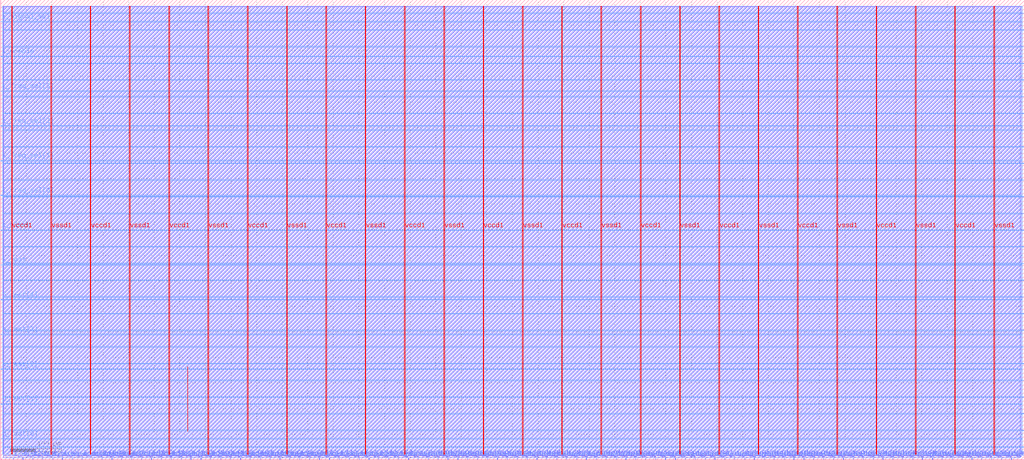
<source format=lef>
VERSION 5.7 ;
  NOWIREEXTENSIONATPIN ON ;
  DIVIDERCHAR "/" ;
  BUSBITCHARS "[]" ;
MACRO designs_wrapper
  CLASS BLOCK ;
  FOREIGN designs_wrapper ;
  ORIGIN 0.000 0.000 ;
  SIZE 2000.000 BY 900.000 ;
  PIN i_clock
    DIRECTION INPUT ;
    USE SIGNAL ;
    ANTENNAGATEAREA 0.126000 ;
    ANTENNADIFFAREA 0.434700 ;
    PORT
      LAYER met3 ;
        RECT 0.000 448.840 4.000 449.440 ;
    END
  END i_clock
  PIN i_enable
    DIRECTION INPUT ;
    USE SIGNAL ;
    ANTENNAGATEAREA 0.742500 ;
    PORT
      LAYER met3 ;
        RECT 0.000 788.840 4.000 789.440 ;
    END
  END i_enable
  PIN i_freq_sel[0]
    DIRECTION INPUT ;
    USE SIGNAL ;
    ANTENNAGATEAREA 0.426000 ;
    PORT
      LAYER met3 ;
        RECT 0.000 516.840 4.000 517.440 ;
    END
  END i_freq_sel[0]
  PIN i_freq_sel[1]
    DIRECTION INPUT ;
    USE SIGNAL ;
    ANTENNAGATEAREA 0.426000 ;
    PORT
      LAYER met3 ;
        RECT 0.000 584.840 4.000 585.440 ;
    END
  END i_freq_sel[1]
  PIN i_freq_sel[2]
    DIRECTION INPUT ;
    USE SIGNAL ;
    ANTENNAGATEAREA 0.426000 ;
    PORT
      LAYER met3 ;
        RECT 0.000 652.840 4.000 653.440 ;
    END
  END i_freq_sel[2]
  PIN i_freq_sel[3]
    DIRECTION INPUT ;
    USE SIGNAL ;
    ANTENNAGATEAREA 0.495000 ;
    PORT
      LAYER met3 ;
        RECT 0.000 720.840 4.000 721.440 ;
    END
  END i_freq_sel[3]
  PIN i_signal_sel
    DIRECTION INPUT ;
    USE SIGNAL ;
    ANTENNAGATEAREA 0.742500 ;
    PORT
      LAYER met3 ;
        RECT 0.000 856.840 4.000 857.440 ;
    END
  END i_signal_sel
  PIN i_test
    DIRECTION INPUT ;
    USE SIGNAL ;
    ANTENNAGATEAREA 0.742500 ;
    PORT
      LAYER met3 ;
        RECT 0.000 380.840 4.000 381.440 ;
    END
  END i_test
  PIN i_wb_addr[0]
    DIRECTION INPUT ;
    USE SIGNAL ;
    ANTENNAGATEAREA 0.213000 ;
    PORT
      LAYER met2 ;
        RECT 719.530 0.000 719.810 4.000 ;
    END
  END i_wb_addr[0]
  PIN i_wb_addr[10]
    DIRECTION INPUT ;
    USE SIGNAL ;
    ANTENNAGATEAREA 0.196500 ;
    PORT
      LAYER met2 ;
        RECT 526.330 0.000 526.610 4.000 ;
    END
  END i_wb_addr[10]
  PIN i_wb_addr[11]
    DIRECTION INPUT ;
    USE SIGNAL ;
    ANTENNAGATEAREA 0.196500 ;
    PORT
      LAYER met2 ;
        RECT 507.010 0.000 507.290 4.000 ;
    END
  END i_wb_addr[11]
  PIN i_wb_addr[12]
    DIRECTION INPUT ;
    USE SIGNAL ;
    ANTENNAGATEAREA 0.196500 ;
    PORT
      LAYER met2 ;
        RECT 487.690 0.000 487.970 4.000 ;
    END
  END i_wb_addr[12]
  PIN i_wb_addr[13]
    DIRECTION INPUT ;
    USE SIGNAL ;
    ANTENNAGATEAREA 0.196500 ;
    PORT
      LAYER met2 ;
        RECT 468.370 0.000 468.650 4.000 ;
    END
  END i_wb_addr[13]
  PIN i_wb_addr[14]
    DIRECTION INPUT ;
    USE SIGNAL ;
    ANTENNAGATEAREA 0.196500 ;
    PORT
      LAYER met2 ;
        RECT 449.050 0.000 449.330 4.000 ;
    END
  END i_wb_addr[14]
  PIN i_wb_addr[15]
    DIRECTION INPUT ;
    USE SIGNAL ;
    ANTENNAGATEAREA 0.196500 ;
    PORT
      LAYER met2 ;
        RECT 429.730 0.000 430.010 4.000 ;
    END
  END i_wb_addr[15]
  PIN i_wb_addr[16]
    DIRECTION INPUT ;
    USE SIGNAL ;
    ANTENNAGATEAREA 0.196500 ;
    PORT
      LAYER met2 ;
        RECT 410.410 0.000 410.690 4.000 ;
    END
  END i_wb_addr[16]
  PIN i_wb_addr[17]
    DIRECTION INPUT ;
    USE SIGNAL ;
    ANTENNAGATEAREA 0.213000 ;
    PORT
      LAYER met2 ;
        RECT 391.090 0.000 391.370 4.000 ;
    END
  END i_wb_addr[17]
  PIN i_wb_addr[18]
    DIRECTION INPUT ;
    USE SIGNAL ;
    ANTENNAGATEAREA 0.196500 ;
    PORT
      LAYER met2 ;
        RECT 371.770 0.000 372.050 4.000 ;
    END
  END i_wb_addr[18]
  PIN i_wb_addr[19]
    DIRECTION INPUT ;
    USE SIGNAL ;
    ANTENNAGATEAREA 0.196500 ;
    PORT
      LAYER met2 ;
        RECT 352.450 0.000 352.730 4.000 ;
    END
  END i_wb_addr[19]
  PIN i_wb_addr[1]
    DIRECTION INPUT ;
    USE SIGNAL ;
    ANTENNAGATEAREA 0.213000 ;
    PORT
      LAYER met2 ;
        RECT 700.210 0.000 700.490 4.000 ;
    END
  END i_wb_addr[1]
  PIN i_wb_addr[20]
    DIRECTION INPUT ;
    USE SIGNAL ;
    ANTENNAGATEAREA 0.196500 ;
    PORT
      LAYER met2 ;
        RECT 333.130 0.000 333.410 4.000 ;
    END
  END i_wb_addr[20]
  PIN i_wb_addr[21]
    DIRECTION INPUT ;
    USE SIGNAL ;
    ANTENNAGATEAREA 0.196500 ;
    PORT
      LAYER met2 ;
        RECT 313.810 0.000 314.090 4.000 ;
    END
  END i_wb_addr[21]
  PIN i_wb_addr[22]
    DIRECTION INPUT ;
    USE SIGNAL ;
    ANTENNAGATEAREA 0.196500 ;
    PORT
      LAYER met2 ;
        RECT 294.490 0.000 294.770 4.000 ;
    END
  END i_wb_addr[22]
  PIN i_wb_addr[23]
    DIRECTION INPUT ;
    USE SIGNAL ;
    ANTENNAGATEAREA 0.196500 ;
    PORT
      LAYER met2 ;
        RECT 275.170 0.000 275.450 4.000 ;
    END
  END i_wb_addr[23]
  PIN i_wb_addr[24]
    DIRECTION INPUT ;
    USE SIGNAL ;
    ANTENNAGATEAREA 0.196500 ;
    PORT
      LAYER met2 ;
        RECT 255.850 0.000 256.130 4.000 ;
    END
  END i_wb_addr[24]
  PIN i_wb_addr[25]
    DIRECTION INPUT ;
    USE SIGNAL ;
    ANTENNAGATEAREA 0.196500 ;
    PORT
      LAYER met2 ;
        RECT 236.530 0.000 236.810 4.000 ;
    END
  END i_wb_addr[25]
  PIN i_wb_addr[26]
    DIRECTION INPUT ;
    USE SIGNAL ;
    ANTENNAGATEAREA 0.196500 ;
    PORT
      LAYER met2 ;
        RECT 217.210 0.000 217.490 4.000 ;
    END
  END i_wb_addr[26]
  PIN i_wb_addr[27]
    DIRECTION INPUT ;
    USE SIGNAL ;
    ANTENNAGATEAREA 0.196500 ;
    PORT
      LAYER met2 ;
        RECT 197.890 0.000 198.170 4.000 ;
    END
  END i_wb_addr[27]
  PIN i_wb_addr[28]
    DIRECTION INPUT ;
    USE SIGNAL ;
    ANTENNAGATEAREA 0.196500 ;
    PORT
      LAYER met2 ;
        RECT 178.570 0.000 178.850 4.000 ;
    END
  END i_wb_addr[28]
  PIN i_wb_addr[29]
    DIRECTION INPUT ;
    USE SIGNAL ;
    ANTENNAGATEAREA 0.196500 ;
    PORT
      LAYER met2 ;
        RECT 159.250 0.000 159.530 4.000 ;
    END
  END i_wb_addr[29]
  PIN i_wb_addr[2]
    DIRECTION INPUT ;
    USE SIGNAL ;
    ANTENNAGATEAREA 0.213000 ;
    PORT
      LAYER met2 ;
        RECT 680.890 0.000 681.170 4.000 ;
    END
  END i_wb_addr[2]
  PIN i_wb_addr[30]
    DIRECTION INPUT ;
    USE SIGNAL ;
    ANTENNAGATEAREA 0.196500 ;
    PORT
      LAYER met2 ;
        RECT 139.930 0.000 140.210 4.000 ;
    END
  END i_wb_addr[30]
  PIN i_wb_addr[31]
    DIRECTION INPUT ;
    USE SIGNAL ;
    ANTENNAGATEAREA 0.196500 ;
    PORT
      LAYER met2 ;
        RECT 120.610 0.000 120.890 4.000 ;
    END
  END i_wb_addr[31]
  PIN i_wb_addr[3]
    DIRECTION INPUT ;
    USE SIGNAL ;
    ANTENNAGATEAREA 0.213000 ;
    PORT
      LAYER met2 ;
        RECT 661.570 0.000 661.850 4.000 ;
    END
  END i_wb_addr[3]
  PIN i_wb_addr[4]
    DIRECTION INPUT ;
    USE SIGNAL ;
    ANTENNAGATEAREA 0.159000 ;
    PORT
      LAYER met2 ;
        RECT 642.250 0.000 642.530 4.000 ;
    END
  END i_wb_addr[4]
  PIN i_wb_addr[5]
    DIRECTION INPUT ;
    USE SIGNAL ;
    ANTENNAGATEAREA 0.196500 ;
    PORT
      LAYER met2 ;
        RECT 622.930 0.000 623.210 4.000 ;
    END
  END i_wb_addr[5]
  PIN i_wb_addr[6]
    DIRECTION INPUT ;
    USE SIGNAL ;
    ANTENNAGATEAREA 0.196500 ;
    PORT
      LAYER met2 ;
        RECT 603.610 0.000 603.890 4.000 ;
    END
  END i_wb_addr[6]
  PIN i_wb_addr[7]
    DIRECTION INPUT ;
    USE SIGNAL ;
    ANTENNAGATEAREA 0.196500 ;
    PORT
      LAYER met2 ;
        RECT 584.290 0.000 584.570 4.000 ;
    END
  END i_wb_addr[7]
  PIN i_wb_addr[8]
    DIRECTION INPUT ;
    USE SIGNAL ;
    ANTENNAGATEAREA 0.196500 ;
    PORT
      LAYER met2 ;
        RECT 564.970 0.000 565.250 4.000 ;
    END
  END i_wb_addr[8]
  PIN i_wb_addr[9]
    DIRECTION INPUT ;
    USE SIGNAL ;
    ANTENNAGATEAREA 0.196500 ;
    PORT
      LAYER met2 ;
        RECT 545.650 0.000 545.930 4.000 ;
    END
  END i_wb_addr[9]
  PIN i_wb_clk
    DIRECTION INPUT ;
    USE SIGNAL ;
    ANTENNAGATEAREA 0.247500 ;
    PORT
      LAYER met2 ;
        RECT 24.010 0.000 24.290 4.000 ;
    END
  END i_wb_clk
  PIN i_wb_cyc
    DIRECTION INPUT ;
    USE SIGNAL ;
    ANTENNAGATEAREA 0.159000 ;
    PORT
      LAYER met2 ;
        RECT 62.650 0.000 62.930 4.000 ;
    END
  END i_wb_cyc
  PIN i_wb_data[0]
    DIRECTION INPUT ;
    USE SIGNAL ;
    ANTENNAGATEAREA 0.742500 ;
    PORT
      LAYER met2 ;
        RECT 1337.770 0.000 1338.050 4.000 ;
    END
  END i_wb_data[0]
  PIN i_wb_data[10]
    DIRECTION INPUT ;
    USE SIGNAL ;
    PORT
      LAYER met2 ;
        RECT 1144.570 0.000 1144.850 4.000 ;
    END
  END i_wb_data[10]
  PIN i_wb_data[11]
    DIRECTION INPUT ;
    USE SIGNAL ;
    PORT
      LAYER met2 ;
        RECT 1125.250 0.000 1125.530 4.000 ;
    END
  END i_wb_data[11]
  PIN i_wb_data[12]
    DIRECTION INPUT ;
    USE SIGNAL ;
    PORT
      LAYER met2 ;
        RECT 1105.930 0.000 1106.210 4.000 ;
    END
  END i_wb_data[12]
  PIN i_wb_data[13]
    DIRECTION INPUT ;
    USE SIGNAL ;
    PORT
      LAYER met2 ;
        RECT 1086.610 0.000 1086.890 4.000 ;
    END
  END i_wb_data[13]
  PIN i_wb_data[14]
    DIRECTION INPUT ;
    USE SIGNAL ;
    PORT
      LAYER met2 ;
        RECT 1067.290 0.000 1067.570 4.000 ;
    END
  END i_wb_data[14]
  PIN i_wb_data[15]
    DIRECTION INPUT ;
    USE SIGNAL ;
    PORT
      LAYER met2 ;
        RECT 1047.970 0.000 1048.250 4.000 ;
    END
  END i_wb_data[15]
  PIN i_wb_data[16]
    DIRECTION INPUT ;
    USE SIGNAL ;
    PORT
      LAYER met2 ;
        RECT 1028.650 0.000 1028.930 4.000 ;
    END
  END i_wb_data[16]
  PIN i_wb_data[17]
    DIRECTION INPUT ;
    USE SIGNAL ;
    PORT
      LAYER met2 ;
        RECT 1009.330 0.000 1009.610 4.000 ;
    END
  END i_wb_data[17]
  PIN i_wb_data[18]
    DIRECTION INPUT ;
    USE SIGNAL ;
    PORT
      LAYER met2 ;
        RECT 990.010 0.000 990.290 4.000 ;
    END
  END i_wb_data[18]
  PIN i_wb_data[19]
    DIRECTION INPUT ;
    USE SIGNAL ;
    PORT
      LAYER met2 ;
        RECT 970.690 0.000 970.970 4.000 ;
    END
  END i_wb_data[19]
  PIN i_wb_data[1]
    DIRECTION INPUT ;
    USE SIGNAL ;
    ANTENNAGATEAREA 0.742500 ;
    PORT
      LAYER met2 ;
        RECT 1318.450 0.000 1318.730 4.000 ;
    END
  END i_wb_data[1]
  PIN i_wb_data[20]
    DIRECTION INPUT ;
    USE SIGNAL ;
    PORT
      LAYER met2 ;
        RECT 951.370 0.000 951.650 4.000 ;
    END
  END i_wb_data[20]
  PIN i_wb_data[21]
    DIRECTION INPUT ;
    USE SIGNAL ;
    PORT
      LAYER met2 ;
        RECT 932.050 0.000 932.330 4.000 ;
    END
  END i_wb_data[21]
  PIN i_wb_data[22]
    DIRECTION INPUT ;
    USE SIGNAL ;
    PORT
      LAYER met2 ;
        RECT 912.730 0.000 913.010 4.000 ;
    END
  END i_wb_data[22]
  PIN i_wb_data[23]
    DIRECTION INPUT ;
    USE SIGNAL ;
    PORT
      LAYER met2 ;
        RECT 893.410 0.000 893.690 4.000 ;
    END
  END i_wb_data[23]
  PIN i_wb_data[24]
    DIRECTION INPUT ;
    USE SIGNAL ;
    PORT
      LAYER met2 ;
        RECT 874.090 0.000 874.370 4.000 ;
    END
  END i_wb_data[24]
  PIN i_wb_data[25]
    DIRECTION INPUT ;
    USE SIGNAL ;
    PORT
      LAYER met2 ;
        RECT 854.770 0.000 855.050 4.000 ;
    END
  END i_wb_data[25]
  PIN i_wb_data[26]
    DIRECTION INPUT ;
    USE SIGNAL ;
    PORT
      LAYER met2 ;
        RECT 835.450 0.000 835.730 4.000 ;
    END
  END i_wb_data[26]
  PIN i_wb_data[27]
    DIRECTION INPUT ;
    USE SIGNAL ;
    PORT
      LAYER met2 ;
        RECT 816.130 0.000 816.410 4.000 ;
    END
  END i_wb_data[27]
  PIN i_wb_data[28]
    DIRECTION INPUT ;
    USE SIGNAL ;
    PORT
      LAYER met2 ;
        RECT 796.810 0.000 797.090 4.000 ;
    END
  END i_wb_data[28]
  PIN i_wb_data[29]
    DIRECTION INPUT ;
    USE SIGNAL ;
    PORT
      LAYER met2 ;
        RECT 777.490 0.000 777.770 4.000 ;
    END
  END i_wb_data[29]
  PIN i_wb_data[2]
    DIRECTION INPUT ;
    USE SIGNAL ;
    ANTENNAGATEAREA 0.742500 ;
    PORT
      LAYER met2 ;
        RECT 1299.130 0.000 1299.410 4.000 ;
    END
  END i_wb_data[2]
  PIN i_wb_data[30]
    DIRECTION INPUT ;
    USE SIGNAL ;
    PORT
      LAYER met2 ;
        RECT 758.170 0.000 758.450 4.000 ;
    END
  END i_wb_data[30]
  PIN i_wb_data[31]
    DIRECTION INPUT ;
    USE SIGNAL ;
    PORT
      LAYER met2 ;
        RECT 738.850 0.000 739.130 4.000 ;
    END
  END i_wb_data[31]
  PIN i_wb_data[3]
    DIRECTION INPUT ;
    USE SIGNAL ;
    ANTENNAGATEAREA 0.742500 ;
    PORT
      LAYER met2 ;
        RECT 1279.810 0.000 1280.090 4.000 ;
    END
  END i_wb_data[3]
  PIN i_wb_data[4]
    DIRECTION INPUT ;
    USE SIGNAL ;
    ANTENNAGATEAREA 0.495000 ;
    PORT
      LAYER met2 ;
        RECT 1260.490 0.000 1260.770 4.000 ;
    END
  END i_wb_data[4]
  PIN i_wb_data[5]
    DIRECTION INPUT ;
    USE SIGNAL ;
    PORT
      LAYER met2 ;
        RECT 1241.170 0.000 1241.450 4.000 ;
    END
  END i_wb_data[5]
  PIN i_wb_data[6]
    DIRECTION INPUT ;
    USE SIGNAL ;
    PORT
      LAYER met2 ;
        RECT 1221.850 0.000 1222.130 4.000 ;
    END
  END i_wb_data[6]
  PIN i_wb_data[7]
    DIRECTION INPUT ;
    USE SIGNAL ;
    PORT
      LAYER met2 ;
        RECT 1202.530 0.000 1202.810 4.000 ;
    END
  END i_wb_data[7]
  PIN i_wb_data[8]
    DIRECTION INPUT ;
    USE SIGNAL ;
    PORT
      LAYER met2 ;
        RECT 1183.210 0.000 1183.490 4.000 ;
    END
  END i_wb_data[8]
  PIN i_wb_data[9]
    DIRECTION INPUT ;
    USE SIGNAL ;
    PORT
      LAYER met2 ;
        RECT 1163.890 0.000 1164.170 4.000 ;
    END
  END i_wb_data[9]
  PIN i_wb_rst
    DIRECTION INPUT ;
    USE SIGNAL ;
    ANTENNAGATEAREA 0.159000 ;
    PORT
      LAYER met2 ;
        RECT 43.330 0.000 43.610 4.000 ;
    END
  END i_wb_rst
  PIN i_wb_stb
    DIRECTION INPUT ;
    USE SIGNAL ;
    ANTENNAGATEAREA 0.159000 ;
    PORT
      LAYER met2 ;
        RECT 81.970 0.000 82.250 4.000 ;
    END
  END i_wb_stb
  PIN i_wb_we
    DIRECTION INPUT ;
    USE SIGNAL ;
    ANTENNAGATEAREA 0.213000 ;
    PORT
      LAYER met2 ;
        RECT 101.290 0.000 101.570 4.000 ;
    END
  END i_wb_we
  PIN io_oeb[0]
    DIRECTION OUTPUT TRISTATE ;
    USE SIGNAL ;
    PORT
      LAYER met3 ;
        RECT 1996.000 873.160 2000.000 873.760 ;
    END
  END io_oeb[0]
  PIN io_oeb[10]
    DIRECTION OUTPUT TRISTATE ;
    USE SIGNAL ;
    PORT
      LAYER met3 ;
        RECT 1996.000 546.760 2000.000 547.360 ;
    END
  END io_oeb[10]
  PIN io_oeb[11]
    DIRECTION OUTPUT TRISTATE ;
    USE SIGNAL ;
    PORT
      LAYER met3 ;
        RECT 1996.000 514.120 2000.000 514.720 ;
    END
  END io_oeb[11]
  PIN io_oeb[12]
    DIRECTION OUTPUT TRISTATE ;
    USE SIGNAL ;
    PORT
      LAYER met3 ;
        RECT 1996.000 481.480 2000.000 482.080 ;
    END
  END io_oeb[12]
  PIN io_oeb[13]
    DIRECTION OUTPUT TRISTATE ;
    USE SIGNAL ;
    PORT
      LAYER met3 ;
        RECT 1996.000 448.840 2000.000 449.440 ;
    END
  END io_oeb[13]
  PIN io_oeb[14]
    DIRECTION OUTPUT TRISTATE ;
    USE SIGNAL ;
    PORT
      LAYER met3 ;
        RECT 1996.000 416.200 2000.000 416.800 ;
    END
  END io_oeb[14]
  PIN io_oeb[15]
    DIRECTION OUTPUT TRISTATE ;
    USE SIGNAL ;
    PORT
      LAYER met3 ;
        RECT 1996.000 383.560 2000.000 384.160 ;
    END
  END io_oeb[15]
  PIN io_oeb[16]
    DIRECTION OUTPUT TRISTATE ;
    USE SIGNAL ;
    PORT
      LAYER met3 ;
        RECT 1996.000 350.920 2000.000 351.520 ;
    END
  END io_oeb[16]
  PIN io_oeb[17]
    DIRECTION OUTPUT TRISTATE ;
    USE SIGNAL ;
    PORT
      LAYER met3 ;
        RECT 1996.000 318.280 2000.000 318.880 ;
    END
  END io_oeb[17]
  PIN io_oeb[18]
    DIRECTION OUTPUT TRISTATE ;
    USE SIGNAL ;
    PORT
      LAYER met3 ;
        RECT 1996.000 285.640 2000.000 286.240 ;
    END
  END io_oeb[18]
  PIN io_oeb[19]
    DIRECTION OUTPUT TRISTATE ;
    USE SIGNAL ;
    PORT
      LAYER met3 ;
        RECT 1996.000 253.000 2000.000 253.600 ;
    END
  END io_oeb[19]
  PIN io_oeb[1]
    DIRECTION OUTPUT TRISTATE ;
    USE SIGNAL ;
    PORT
      LAYER met3 ;
        RECT 1996.000 840.520 2000.000 841.120 ;
    END
  END io_oeb[1]
  PIN io_oeb[2]
    DIRECTION OUTPUT TRISTATE ;
    USE SIGNAL ;
    PORT
      LAYER met3 ;
        RECT 1996.000 807.880 2000.000 808.480 ;
    END
  END io_oeb[2]
  PIN io_oeb[3]
    DIRECTION OUTPUT TRISTATE ;
    USE SIGNAL ;
    PORT
      LAYER met3 ;
        RECT 1996.000 775.240 2000.000 775.840 ;
    END
  END io_oeb[3]
  PIN io_oeb[4]
    DIRECTION OUTPUT TRISTATE ;
    USE SIGNAL ;
    PORT
      LAYER met3 ;
        RECT 1996.000 742.600 2000.000 743.200 ;
    END
  END io_oeb[4]
  PIN io_oeb[5]
    DIRECTION OUTPUT TRISTATE ;
    USE SIGNAL ;
    PORT
      LAYER met3 ;
        RECT 1996.000 709.960 2000.000 710.560 ;
    END
  END io_oeb[5]
  PIN io_oeb[6]
    DIRECTION OUTPUT TRISTATE ;
    USE SIGNAL ;
    PORT
      LAYER met3 ;
        RECT 1996.000 677.320 2000.000 677.920 ;
    END
  END io_oeb[6]
  PIN io_oeb[7]
    DIRECTION OUTPUT TRISTATE ;
    USE SIGNAL ;
    PORT
      LAYER met3 ;
        RECT 1996.000 644.680 2000.000 645.280 ;
    END
  END io_oeb[7]
  PIN io_oeb[8]
    DIRECTION OUTPUT TRISTATE ;
    USE SIGNAL ;
    PORT
      LAYER met3 ;
        RECT 1996.000 612.040 2000.000 612.640 ;
    END
  END io_oeb[8]
  PIN io_oeb[9]
    DIRECTION OUTPUT TRISTATE ;
    USE SIGNAL ;
    PORT
      LAYER met3 ;
        RECT 1996.000 579.400 2000.000 580.000 ;
    END
  END io_oeb[9]
  PIN o_ADC_frame
    DIRECTION OUTPUT TRISTATE ;
    USE SIGNAL ;
    ANTENNADIFFAREA 2.673000 ;
    PORT
      LAYER met3 ;
        RECT 1996.000 57.160 2000.000 57.760 ;
    END
  END o_ADC_frame
  PIN o_control_signal
    DIRECTION OUTPUT TRISTATE ;
    USE SIGNAL ;
    ANTENNADIFFAREA 2.673000 ;
    PORT
      LAYER met3 ;
        RECT 1996.000 220.360 2000.000 220.960 ;
    END
  END o_control_signal
  PIN o_phi_l1
    DIRECTION OUTPUT TRISTATE ;
    USE SIGNAL ;
    ANTENNADIFFAREA 2.673000 ;
    PORT
      LAYER met3 ;
        RECT 1996.000 89.800 2000.000 90.400 ;
    END
  END o_phi_l1
  PIN o_phi_l2
    DIRECTION OUTPUT TRISTATE ;
    USE SIGNAL ;
    ANTENNADIFFAREA 2.673000 ;
    PORT
      LAYER met3 ;
        RECT 1996.000 122.440 2000.000 123.040 ;
    END
  END o_phi_l2
  PIN o_phi_p
    DIRECTION OUTPUT TRISTATE ;
    USE SIGNAL ;
    ANTENNADIFFAREA 2.673000 ;
    PORT
      LAYER met3 ;
        RECT 1996.000 155.080 2000.000 155.680 ;
    END
  END o_phi_p
  PIN o_phi_r
    DIRECTION OUTPUT TRISTATE ;
    USE SIGNAL ;
    ANTENNADIFFAREA 2.673000 ;
    PORT
      LAYER met3 ;
        RECT 1996.000 187.720 2000.000 188.320 ;
    END
  END o_phi_r
  PIN o_pixel_flag
    DIRECTION OUTPUT TRISTATE ;
    USE SIGNAL ;
    ANTENNADIFFAREA 2.673000 ;
    PORT
      LAYER met3 ;
        RECT 1996.000 24.520 2000.000 25.120 ;
    END
  END o_pixel_flag
  PIN o_test[0]
    DIRECTION OUTPUT TRISTATE ;
    USE SIGNAL ;
    ANTENNADIFFAREA 2.673000 ;
    PORT
      LAYER met3 ;
        RECT 0.000 40.840 4.000 41.440 ;
    END
  END o_test[0]
  PIN o_test[1]
    DIRECTION OUTPUT TRISTATE ;
    USE SIGNAL ;
    ANTENNADIFFAREA 2.673000 ;
    PORT
      LAYER met3 ;
        RECT 0.000 108.840 4.000 109.440 ;
    END
  END o_test[1]
  PIN o_test[2]
    DIRECTION OUTPUT TRISTATE ;
    USE SIGNAL ;
    ANTENNADIFFAREA 2.673000 ;
    PORT
      LAYER met3 ;
        RECT 0.000 176.840 4.000 177.440 ;
    END
  END o_test[2]
  PIN o_test[3]
    DIRECTION OUTPUT TRISTATE ;
    USE SIGNAL ;
    ANTENNADIFFAREA 2.673000 ;
    PORT
      LAYER met3 ;
        RECT 0.000 244.840 4.000 245.440 ;
    END
  END o_test[3]
  PIN o_test[4]
    DIRECTION OUTPUT TRISTATE ;
    USE SIGNAL ;
    ANTENNADIFFAREA 2.673000 ;
    PORT
      LAYER met3 ;
        RECT 0.000 312.840 4.000 313.440 ;
    END
  END o_test[4]
  PIN o_wb_ack
    DIRECTION OUTPUT TRISTATE ;
    USE SIGNAL ;
    ANTENNADIFFAREA 2.673000 ;
    PORT
      LAYER met2 ;
        RECT 1357.090 0.000 1357.370 4.000 ;
    END
  END o_wb_ack
  PIN o_wb_data[0]
    DIRECTION OUTPUT TRISTATE ;
    USE SIGNAL ;
    ANTENNADIFFAREA 2.673000 ;
    PORT
      LAYER met2 ;
        RECT 1975.330 0.000 1975.610 4.000 ;
    END
  END o_wb_data[0]
  PIN o_wb_data[10]
    DIRECTION OUTPUT TRISTATE ;
    USE SIGNAL ;
    PORT
      LAYER met2 ;
        RECT 1782.130 0.000 1782.410 4.000 ;
    END
  END o_wb_data[10]
  PIN o_wb_data[11]
    DIRECTION OUTPUT TRISTATE ;
    USE SIGNAL ;
    PORT
      LAYER met2 ;
        RECT 1762.810 0.000 1763.090 4.000 ;
    END
  END o_wb_data[11]
  PIN o_wb_data[12]
    DIRECTION OUTPUT TRISTATE ;
    USE SIGNAL ;
    PORT
      LAYER met2 ;
        RECT 1743.490 0.000 1743.770 4.000 ;
    END
  END o_wb_data[12]
  PIN o_wb_data[13]
    DIRECTION OUTPUT TRISTATE ;
    USE SIGNAL ;
    PORT
      LAYER met2 ;
        RECT 1724.170 0.000 1724.450 4.000 ;
    END
  END o_wb_data[13]
  PIN o_wb_data[14]
    DIRECTION OUTPUT TRISTATE ;
    USE SIGNAL ;
    PORT
      LAYER met2 ;
        RECT 1704.850 0.000 1705.130 4.000 ;
    END
  END o_wb_data[14]
  PIN o_wb_data[15]
    DIRECTION OUTPUT TRISTATE ;
    USE SIGNAL ;
    PORT
      LAYER met2 ;
        RECT 1685.530 0.000 1685.810 4.000 ;
    END
  END o_wb_data[15]
  PIN o_wb_data[16]
    DIRECTION OUTPUT TRISTATE ;
    USE SIGNAL ;
    PORT
      LAYER met2 ;
        RECT 1666.210 0.000 1666.490 4.000 ;
    END
  END o_wb_data[16]
  PIN o_wb_data[17]
    DIRECTION OUTPUT TRISTATE ;
    USE SIGNAL ;
    PORT
      LAYER met2 ;
        RECT 1646.890 0.000 1647.170 4.000 ;
    END
  END o_wb_data[17]
  PIN o_wb_data[18]
    DIRECTION OUTPUT TRISTATE ;
    USE SIGNAL ;
    PORT
      LAYER met2 ;
        RECT 1627.570 0.000 1627.850 4.000 ;
    END
  END o_wb_data[18]
  PIN o_wb_data[19]
    DIRECTION OUTPUT TRISTATE ;
    USE SIGNAL ;
    PORT
      LAYER met2 ;
        RECT 1608.250 0.000 1608.530 4.000 ;
    END
  END o_wb_data[19]
  PIN o_wb_data[1]
    DIRECTION OUTPUT TRISTATE ;
    USE SIGNAL ;
    PORT
      LAYER met2 ;
        RECT 1956.010 0.000 1956.290 4.000 ;
    END
  END o_wb_data[1]
  PIN o_wb_data[20]
    DIRECTION OUTPUT TRISTATE ;
    USE SIGNAL ;
    PORT
      LAYER met2 ;
        RECT 1588.930 0.000 1589.210 4.000 ;
    END
  END o_wb_data[20]
  PIN o_wb_data[21]
    DIRECTION OUTPUT TRISTATE ;
    USE SIGNAL ;
    PORT
      LAYER met2 ;
        RECT 1569.610 0.000 1569.890 4.000 ;
    END
  END o_wb_data[21]
  PIN o_wb_data[22]
    DIRECTION OUTPUT TRISTATE ;
    USE SIGNAL ;
    PORT
      LAYER met2 ;
        RECT 1550.290 0.000 1550.570 4.000 ;
    END
  END o_wb_data[22]
  PIN o_wb_data[23]
    DIRECTION OUTPUT TRISTATE ;
    USE SIGNAL ;
    PORT
      LAYER met2 ;
        RECT 1530.970 0.000 1531.250 4.000 ;
    END
  END o_wb_data[23]
  PIN o_wb_data[24]
    DIRECTION OUTPUT TRISTATE ;
    USE SIGNAL ;
    PORT
      LAYER met2 ;
        RECT 1511.650 0.000 1511.930 4.000 ;
    END
  END o_wb_data[24]
  PIN o_wb_data[25]
    DIRECTION OUTPUT TRISTATE ;
    USE SIGNAL ;
    PORT
      LAYER met2 ;
        RECT 1492.330 0.000 1492.610 4.000 ;
    END
  END o_wb_data[25]
  PIN o_wb_data[26]
    DIRECTION OUTPUT TRISTATE ;
    USE SIGNAL ;
    PORT
      LAYER met2 ;
        RECT 1473.010 0.000 1473.290 4.000 ;
    END
  END o_wb_data[26]
  PIN o_wb_data[27]
    DIRECTION OUTPUT TRISTATE ;
    USE SIGNAL ;
    PORT
      LAYER met2 ;
        RECT 1453.690 0.000 1453.970 4.000 ;
    END
  END o_wb_data[27]
  PIN o_wb_data[28]
    DIRECTION OUTPUT TRISTATE ;
    USE SIGNAL ;
    PORT
      LAYER met2 ;
        RECT 1434.370 0.000 1434.650 4.000 ;
    END
  END o_wb_data[28]
  PIN o_wb_data[29]
    DIRECTION OUTPUT TRISTATE ;
    USE SIGNAL ;
    PORT
      LAYER met2 ;
        RECT 1415.050 0.000 1415.330 4.000 ;
    END
  END o_wb_data[29]
  PIN o_wb_data[2]
    DIRECTION OUTPUT TRISTATE ;
    USE SIGNAL ;
    PORT
      LAYER met2 ;
        RECT 1936.690 0.000 1936.970 4.000 ;
    END
  END o_wb_data[2]
  PIN o_wb_data[30]
    DIRECTION OUTPUT TRISTATE ;
    USE SIGNAL ;
    PORT
      LAYER met2 ;
        RECT 1395.730 0.000 1396.010 4.000 ;
    END
  END o_wb_data[30]
  PIN o_wb_data[31]
    DIRECTION OUTPUT TRISTATE ;
    USE SIGNAL ;
    PORT
      LAYER met2 ;
        RECT 1376.410 0.000 1376.690 4.000 ;
    END
  END o_wb_data[31]
  PIN o_wb_data[3]
    DIRECTION OUTPUT TRISTATE ;
    USE SIGNAL ;
    PORT
      LAYER met2 ;
        RECT 1917.370 0.000 1917.650 4.000 ;
    END
  END o_wb_data[3]
  PIN o_wb_data[4]
    DIRECTION OUTPUT TRISTATE ;
    USE SIGNAL ;
    PORT
      LAYER met2 ;
        RECT 1898.050 0.000 1898.330 4.000 ;
    END
  END o_wb_data[4]
  PIN o_wb_data[5]
    DIRECTION OUTPUT TRISTATE ;
    USE SIGNAL ;
    PORT
      LAYER met2 ;
        RECT 1878.730 0.000 1879.010 4.000 ;
    END
  END o_wb_data[5]
  PIN o_wb_data[6]
    DIRECTION OUTPUT TRISTATE ;
    USE SIGNAL ;
    PORT
      LAYER met2 ;
        RECT 1859.410 0.000 1859.690 4.000 ;
    END
  END o_wb_data[6]
  PIN o_wb_data[7]
    DIRECTION OUTPUT TRISTATE ;
    USE SIGNAL ;
    PORT
      LAYER met2 ;
        RECT 1840.090 0.000 1840.370 4.000 ;
    END
  END o_wb_data[7]
  PIN o_wb_data[8]
    DIRECTION OUTPUT TRISTATE ;
    USE SIGNAL ;
    PORT
      LAYER met2 ;
        RECT 1820.770 0.000 1821.050 4.000 ;
    END
  END o_wb_data[8]
  PIN o_wb_data[9]
    DIRECTION OUTPUT TRISTATE ;
    USE SIGNAL ;
    PORT
      LAYER met2 ;
        RECT 1801.450 0.000 1801.730 4.000 ;
    END
  END o_wb_data[9]
  PIN vccd1
    DIRECTION INOUT ;
    USE POWER ;
    PORT
      LAYER met4 ;
        RECT 21.040 10.640 22.640 886.960 ;
    END
    PORT
      LAYER met4 ;
        RECT 174.640 10.640 176.240 886.960 ;
    END
    PORT
      LAYER met4 ;
        RECT 328.240 10.640 329.840 886.960 ;
    END
    PORT
      LAYER met4 ;
        RECT 481.840 10.640 483.440 886.960 ;
    END
    PORT
      LAYER met4 ;
        RECT 635.440 10.640 637.040 886.960 ;
    END
    PORT
      LAYER met4 ;
        RECT 789.040 10.640 790.640 886.960 ;
    END
    PORT
      LAYER met4 ;
        RECT 942.640 10.640 944.240 886.960 ;
    END
    PORT
      LAYER met4 ;
        RECT 1096.240 10.640 1097.840 886.960 ;
    END
    PORT
      LAYER met4 ;
        RECT 1249.840 10.640 1251.440 886.960 ;
    END
    PORT
      LAYER met4 ;
        RECT 1403.440 10.640 1405.040 886.960 ;
    END
    PORT
      LAYER met4 ;
        RECT 1557.040 10.640 1558.640 886.960 ;
    END
    PORT
      LAYER met4 ;
        RECT 1710.640 10.640 1712.240 886.960 ;
    END
    PORT
      LAYER met4 ;
        RECT 1864.240 10.640 1865.840 886.960 ;
    END
  END vccd1
  PIN vssd1
    DIRECTION INOUT ;
    USE GROUND ;
    PORT
      LAYER met4 ;
        RECT 97.840 10.640 99.440 886.960 ;
    END
    PORT
      LAYER met4 ;
        RECT 251.440 10.640 253.040 886.960 ;
    END
    PORT
      LAYER met4 ;
        RECT 405.040 10.640 406.640 886.960 ;
    END
    PORT
      LAYER met4 ;
        RECT 558.640 10.640 560.240 886.960 ;
    END
    PORT
      LAYER met4 ;
        RECT 712.240 10.640 713.840 886.960 ;
    END
    PORT
      LAYER met4 ;
        RECT 865.840 10.640 867.440 886.960 ;
    END
    PORT
      LAYER met4 ;
        RECT 1019.440 10.640 1021.040 886.960 ;
    END
    PORT
      LAYER met4 ;
        RECT 1173.040 10.640 1174.640 886.960 ;
    END
    PORT
      LAYER met4 ;
        RECT 1326.640 10.640 1328.240 886.960 ;
    END
    PORT
      LAYER met4 ;
        RECT 1480.240 10.640 1481.840 886.960 ;
    END
    PORT
      LAYER met4 ;
        RECT 1633.840 10.640 1635.440 886.960 ;
    END
    PORT
      LAYER met4 ;
        RECT 1787.440 10.640 1789.040 886.960 ;
    END
    PORT
      LAYER met4 ;
        RECT 1941.040 10.640 1942.640 886.960 ;
    END
  END vssd1
  OBS
      LAYER li1 ;
        RECT 5.520 10.795 1994.100 886.805 ;
      LAYER met1 ;
        RECT 4.670 8.200 1994.100 886.960 ;
      LAYER met2 ;
        RECT 4.690 4.280 1992.630 886.905 ;
        RECT 4.690 3.670 23.730 4.280 ;
        RECT 24.570 3.670 43.050 4.280 ;
        RECT 43.890 3.670 62.370 4.280 ;
        RECT 63.210 3.670 81.690 4.280 ;
        RECT 82.530 3.670 101.010 4.280 ;
        RECT 101.850 3.670 120.330 4.280 ;
        RECT 121.170 3.670 139.650 4.280 ;
        RECT 140.490 3.670 158.970 4.280 ;
        RECT 159.810 3.670 178.290 4.280 ;
        RECT 179.130 3.670 197.610 4.280 ;
        RECT 198.450 3.670 216.930 4.280 ;
        RECT 217.770 3.670 236.250 4.280 ;
        RECT 237.090 3.670 255.570 4.280 ;
        RECT 256.410 3.670 274.890 4.280 ;
        RECT 275.730 3.670 294.210 4.280 ;
        RECT 295.050 3.670 313.530 4.280 ;
        RECT 314.370 3.670 332.850 4.280 ;
        RECT 333.690 3.670 352.170 4.280 ;
        RECT 353.010 3.670 371.490 4.280 ;
        RECT 372.330 3.670 390.810 4.280 ;
        RECT 391.650 3.670 410.130 4.280 ;
        RECT 410.970 3.670 429.450 4.280 ;
        RECT 430.290 3.670 448.770 4.280 ;
        RECT 449.610 3.670 468.090 4.280 ;
        RECT 468.930 3.670 487.410 4.280 ;
        RECT 488.250 3.670 506.730 4.280 ;
        RECT 507.570 3.670 526.050 4.280 ;
        RECT 526.890 3.670 545.370 4.280 ;
        RECT 546.210 3.670 564.690 4.280 ;
        RECT 565.530 3.670 584.010 4.280 ;
        RECT 584.850 3.670 603.330 4.280 ;
        RECT 604.170 3.670 622.650 4.280 ;
        RECT 623.490 3.670 641.970 4.280 ;
        RECT 642.810 3.670 661.290 4.280 ;
        RECT 662.130 3.670 680.610 4.280 ;
        RECT 681.450 3.670 699.930 4.280 ;
        RECT 700.770 3.670 719.250 4.280 ;
        RECT 720.090 3.670 738.570 4.280 ;
        RECT 739.410 3.670 757.890 4.280 ;
        RECT 758.730 3.670 777.210 4.280 ;
        RECT 778.050 3.670 796.530 4.280 ;
        RECT 797.370 3.670 815.850 4.280 ;
        RECT 816.690 3.670 835.170 4.280 ;
        RECT 836.010 3.670 854.490 4.280 ;
        RECT 855.330 3.670 873.810 4.280 ;
        RECT 874.650 3.670 893.130 4.280 ;
        RECT 893.970 3.670 912.450 4.280 ;
        RECT 913.290 3.670 931.770 4.280 ;
        RECT 932.610 3.670 951.090 4.280 ;
        RECT 951.930 3.670 970.410 4.280 ;
        RECT 971.250 3.670 989.730 4.280 ;
        RECT 990.570 3.670 1009.050 4.280 ;
        RECT 1009.890 3.670 1028.370 4.280 ;
        RECT 1029.210 3.670 1047.690 4.280 ;
        RECT 1048.530 3.670 1067.010 4.280 ;
        RECT 1067.850 3.670 1086.330 4.280 ;
        RECT 1087.170 3.670 1105.650 4.280 ;
        RECT 1106.490 3.670 1124.970 4.280 ;
        RECT 1125.810 3.670 1144.290 4.280 ;
        RECT 1145.130 3.670 1163.610 4.280 ;
        RECT 1164.450 3.670 1182.930 4.280 ;
        RECT 1183.770 3.670 1202.250 4.280 ;
        RECT 1203.090 3.670 1221.570 4.280 ;
        RECT 1222.410 3.670 1240.890 4.280 ;
        RECT 1241.730 3.670 1260.210 4.280 ;
        RECT 1261.050 3.670 1279.530 4.280 ;
        RECT 1280.370 3.670 1298.850 4.280 ;
        RECT 1299.690 3.670 1318.170 4.280 ;
        RECT 1319.010 3.670 1337.490 4.280 ;
        RECT 1338.330 3.670 1356.810 4.280 ;
        RECT 1357.650 3.670 1376.130 4.280 ;
        RECT 1376.970 3.670 1395.450 4.280 ;
        RECT 1396.290 3.670 1414.770 4.280 ;
        RECT 1415.610 3.670 1434.090 4.280 ;
        RECT 1434.930 3.670 1453.410 4.280 ;
        RECT 1454.250 3.670 1472.730 4.280 ;
        RECT 1473.570 3.670 1492.050 4.280 ;
        RECT 1492.890 3.670 1511.370 4.280 ;
        RECT 1512.210 3.670 1530.690 4.280 ;
        RECT 1531.530 3.670 1550.010 4.280 ;
        RECT 1550.850 3.670 1569.330 4.280 ;
        RECT 1570.170 3.670 1588.650 4.280 ;
        RECT 1589.490 3.670 1607.970 4.280 ;
        RECT 1608.810 3.670 1627.290 4.280 ;
        RECT 1628.130 3.670 1646.610 4.280 ;
        RECT 1647.450 3.670 1665.930 4.280 ;
        RECT 1666.770 3.670 1685.250 4.280 ;
        RECT 1686.090 3.670 1704.570 4.280 ;
        RECT 1705.410 3.670 1723.890 4.280 ;
        RECT 1724.730 3.670 1743.210 4.280 ;
        RECT 1744.050 3.670 1762.530 4.280 ;
        RECT 1763.370 3.670 1781.850 4.280 ;
        RECT 1782.690 3.670 1801.170 4.280 ;
        RECT 1802.010 3.670 1820.490 4.280 ;
        RECT 1821.330 3.670 1839.810 4.280 ;
        RECT 1840.650 3.670 1859.130 4.280 ;
        RECT 1859.970 3.670 1878.450 4.280 ;
        RECT 1879.290 3.670 1897.770 4.280 ;
        RECT 1898.610 3.670 1917.090 4.280 ;
        RECT 1917.930 3.670 1936.410 4.280 ;
        RECT 1937.250 3.670 1955.730 4.280 ;
        RECT 1956.570 3.670 1975.050 4.280 ;
        RECT 1975.890 3.670 1992.630 4.280 ;
      LAYER met3 ;
        RECT 3.990 874.160 1996.000 886.885 ;
        RECT 3.990 872.760 1995.600 874.160 ;
        RECT 3.990 857.840 1996.000 872.760 ;
        RECT 4.400 856.440 1996.000 857.840 ;
        RECT 3.990 841.520 1996.000 856.440 ;
        RECT 3.990 840.120 1995.600 841.520 ;
        RECT 3.990 808.880 1996.000 840.120 ;
        RECT 3.990 807.480 1995.600 808.880 ;
        RECT 3.990 789.840 1996.000 807.480 ;
        RECT 4.400 788.440 1996.000 789.840 ;
        RECT 3.990 776.240 1996.000 788.440 ;
        RECT 3.990 774.840 1995.600 776.240 ;
        RECT 3.990 743.600 1996.000 774.840 ;
        RECT 3.990 742.200 1995.600 743.600 ;
        RECT 3.990 721.840 1996.000 742.200 ;
        RECT 4.400 720.440 1996.000 721.840 ;
        RECT 3.990 710.960 1996.000 720.440 ;
        RECT 3.990 709.560 1995.600 710.960 ;
        RECT 3.990 678.320 1996.000 709.560 ;
        RECT 3.990 676.920 1995.600 678.320 ;
        RECT 3.990 653.840 1996.000 676.920 ;
        RECT 4.400 652.440 1996.000 653.840 ;
        RECT 3.990 645.680 1996.000 652.440 ;
        RECT 3.990 644.280 1995.600 645.680 ;
        RECT 3.990 613.040 1996.000 644.280 ;
        RECT 3.990 611.640 1995.600 613.040 ;
        RECT 3.990 585.840 1996.000 611.640 ;
        RECT 4.400 584.440 1996.000 585.840 ;
        RECT 3.990 580.400 1996.000 584.440 ;
        RECT 3.990 579.000 1995.600 580.400 ;
        RECT 3.990 547.760 1996.000 579.000 ;
        RECT 3.990 546.360 1995.600 547.760 ;
        RECT 3.990 517.840 1996.000 546.360 ;
        RECT 4.400 516.440 1996.000 517.840 ;
        RECT 3.990 515.120 1996.000 516.440 ;
        RECT 3.990 513.720 1995.600 515.120 ;
        RECT 3.990 482.480 1996.000 513.720 ;
        RECT 3.990 481.080 1995.600 482.480 ;
        RECT 3.990 449.840 1996.000 481.080 ;
        RECT 4.400 448.440 1995.600 449.840 ;
        RECT 3.990 417.200 1996.000 448.440 ;
        RECT 3.990 415.800 1995.600 417.200 ;
        RECT 3.990 384.560 1996.000 415.800 ;
        RECT 3.990 383.160 1995.600 384.560 ;
        RECT 3.990 381.840 1996.000 383.160 ;
        RECT 4.400 380.440 1996.000 381.840 ;
        RECT 3.990 351.920 1996.000 380.440 ;
        RECT 3.990 350.520 1995.600 351.920 ;
        RECT 3.990 319.280 1996.000 350.520 ;
        RECT 3.990 317.880 1995.600 319.280 ;
        RECT 3.990 313.840 1996.000 317.880 ;
        RECT 4.400 312.440 1996.000 313.840 ;
        RECT 3.990 286.640 1996.000 312.440 ;
        RECT 3.990 285.240 1995.600 286.640 ;
        RECT 3.990 254.000 1996.000 285.240 ;
        RECT 3.990 252.600 1995.600 254.000 ;
        RECT 3.990 245.840 1996.000 252.600 ;
        RECT 4.400 244.440 1996.000 245.840 ;
        RECT 3.990 221.360 1996.000 244.440 ;
        RECT 3.990 219.960 1995.600 221.360 ;
        RECT 3.990 188.720 1996.000 219.960 ;
        RECT 3.990 187.320 1995.600 188.720 ;
        RECT 3.990 177.840 1996.000 187.320 ;
        RECT 4.400 176.440 1996.000 177.840 ;
        RECT 3.990 156.080 1996.000 176.440 ;
        RECT 3.990 154.680 1995.600 156.080 ;
        RECT 3.990 123.440 1996.000 154.680 ;
        RECT 3.990 122.040 1995.600 123.440 ;
        RECT 3.990 109.840 1996.000 122.040 ;
        RECT 4.400 108.440 1996.000 109.840 ;
        RECT 3.990 90.800 1996.000 108.440 ;
        RECT 3.990 89.400 1995.600 90.800 ;
        RECT 3.990 58.160 1996.000 89.400 ;
        RECT 3.990 56.760 1995.600 58.160 ;
        RECT 3.990 41.840 1996.000 56.760 ;
        RECT 4.400 40.440 1996.000 41.840 ;
        RECT 3.990 25.520 1996.000 40.440 ;
        RECT 3.990 24.120 1995.600 25.520 ;
        RECT 3.990 10.715 1996.000 24.120 ;
      LAYER met4 ;
        RECT 365.535 55.935 365.865 182.065 ;
  END
END designs_wrapper
END LIBRARY


</source>
